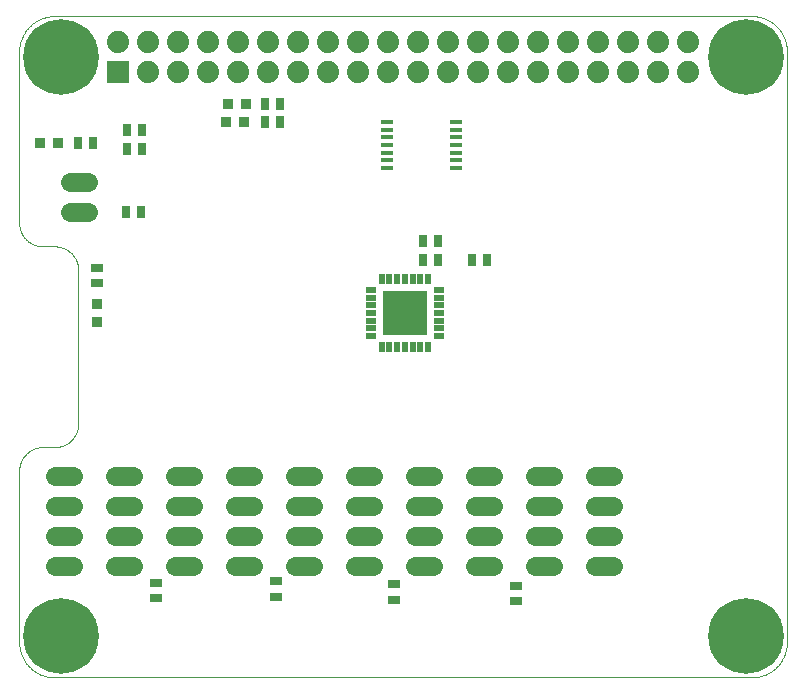
<source format=gts>
G75*
%MOIN*%
%OFA0B0*%
%FSLAX25Y25*%
%IPPOS*%
%LPD*%
%AMOC8*
5,1,8,0,0,1.08239X$1,22.5*
%
%ADD10C,0.25197*%
%ADD11C,0.00000*%
%ADD12R,0.07400X0.07400*%
%ADD13C,0.07400*%
%ADD14C,0.11227*%
%ADD15C,0.06400*%
%ADD16R,0.02100X0.03600*%
%ADD17R,0.03600X0.02100*%
%ADD18R,0.15000X0.15000*%
%ADD19R,0.03156X0.03943*%
%ADD20R,0.03943X0.03156*%
%ADD21R,0.03550X0.03550*%
%ADD22R,0.04300X0.01600*%
D10*
X0048780Y0018780D03*
X0277126Y0018780D03*
X0277126Y0211693D03*
X0048780Y0211693D03*
D11*
X0035000Y0073898D02*
X0035000Y0016811D01*
X0035003Y0016526D01*
X0035014Y0016240D01*
X0035031Y0015955D01*
X0035055Y0015671D01*
X0035086Y0015387D01*
X0035124Y0015104D01*
X0035169Y0014823D01*
X0035220Y0014542D01*
X0035278Y0014262D01*
X0035343Y0013984D01*
X0035415Y0013708D01*
X0035493Y0013434D01*
X0035578Y0013161D01*
X0035670Y0012891D01*
X0035768Y0012623D01*
X0035872Y0012357D01*
X0035983Y0012094D01*
X0036100Y0011834D01*
X0036223Y0011576D01*
X0036353Y0011322D01*
X0036489Y0011071D01*
X0036630Y0010823D01*
X0036778Y0010579D01*
X0036931Y0010338D01*
X0037091Y0010102D01*
X0037256Y0009869D01*
X0037426Y0009640D01*
X0037602Y0009415D01*
X0037784Y0009195D01*
X0037970Y0008979D01*
X0038162Y0008768D01*
X0038359Y0008561D01*
X0038561Y0008359D01*
X0038768Y0008162D01*
X0038979Y0007970D01*
X0039195Y0007784D01*
X0039415Y0007602D01*
X0039640Y0007426D01*
X0039869Y0007256D01*
X0040102Y0007091D01*
X0040338Y0006931D01*
X0040579Y0006778D01*
X0040823Y0006630D01*
X0041071Y0006489D01*
X0041322Y0006353D01*
X0041576Y0006223D01*
X0041834Y0006100D01*
X0042094Y0005983D01*
X0042357Y0005872D01*
X0042623Y0005768D01*
X0042891Y0005670D01*
X0043161Y0005578D01*
X0043434Y0005493D01*
X0043708Y0005415D01*
X0043984Y0005343D01*
X0044262Y0005278D01*
X0044542Y0005220D01*
X0044823Y0005169D01*
X0045104Y0005124D01*
X0045387Y0005086D01*
X0045671Y0005055D01*
X0045955Y0005031D01*
X0046240Y0005014D01*
X0046526Y0005003D01*
X0046811Y0005000D01*
X0279094Y0005000D01*
X0279379Y0005003D01*
X0279665Y0005014D01*
X0279950Y0005031D01*
X0280234Y0005055D01*
X0280518Y0005086D01*
X0280801Y0005124D01*
X0281082Y0005169D01*
X0281363Y0005220D01*
X0281643Y0005278D01*
X0281921Y0005343D01*
X0282197Y0005415D01*
X0282471Y0005493D01*
X0282744Y0005578D01*
X0283014Y0005670D01*
X0283282Y0005768D01*
X0283548Y0005872D01*
X0283811Y0005983D01*
X0284071Y0006100D01*
X0284329Y0006223D01*
X0284583Y0006353D01*
X0284834Y0006489D01*
X0285082Y0006630D01*
X0285326Y0006778D01*
X0285567Y0006931D01*
X0285803Y0007091D01*
X0286036Y0007256D01*
X0286265Y0007426D01*
X0286490Y0007602D01*
X0286710Y0007784D01*
X0286926Y0007970D01*
X0287137Y0008162D01*
X0287344Y0008359D01*
X0287546Y0008561D01*
X0287743Y0008768D01*
X0287935Y0008979D01*
X0288121Y0009195D01*
X0288303Y0009415D01*
X0288479Y0009640D01*
X0288649Y0009869D01*
X0288814Y0010102D01*
X0288974Y0010338D01*
X0289127Y0010579D01*
X0289275Y0010823D01*
X0289416Y0011071D01*
X0289552Y0011322D01*
X0289682Y0011576D01*
X0289805Y0011834D01*
X0289922Y0012094D01*
X0290033Y0012357D01*
X0290137Y0012623D01*
X0290235Y0012891D01*
X0290327Y0013161D01*
X0290412Y0013434D01*
X0290490Y0013708D01*
X0290562Y0013984D01*
X0290627Y0014262D01*
X0290685Y0014542D01*
X0290736Y0014823D01*
X0290781Y0015104D01*
X0290819Y0015387D01*
X0290850Y0015671D01*
X0290874Y0015955D01*
X0290891Y0016240D01*
X0290902Y0016526D01*
X0290905Y0016811D01*
X0290906Y0016811D02*
X0290906Y0213661D01*
X0290905Y0213661D02*
X0290902Y0213946D01*
X0290891Y0214232D01*
X0290874Y0214517D01*
X0290850Y0214801D01*
X0290819Y0215085D01*
X0290781Y0215368D01*
X0290736Y0215649D01*
X0290685Y0215930D01*
X0290627Y0216210D01*
X0290562Y0216488D01*
X0290490Y0216764D01*
X0290412Y0217038D01*
X0290327Y0217311D01*
X0290235Y0217581D01*
X0290137Y0217849D01*
X0290033Y0218115D01*
X0289922Y0218378D01*
X0289805Y0218638D01*
X0289682Y0218896D01*
X0289552Y0219150D01*
X0289416Y0219401D01*
X0289275Y0219649D01*
X0289127Y0219893D01*
X0288974Y0220134D01*
X0288814Y0220370D01*
X0288649Y0220603D01*
X0288479Y0220832D01*
X0288303Y0221057D01*
X0288121Y0221277D01*
X0287935Y0221493D01*
X0287743Y0221704D01*
X0287546Y0221911D01*
X0287344Y0222113D01*
X0287137Y0222310D01*
X0286926Y0222502D01*
X0286710Y0222688D01*
X0286490Y0222870D01*
X0286265Y0223046D01*
X0286036Y0223216D01*
X0285803Y0223381D01*
X0285567Y0223541D01*
X0285326Y0223694D01*
X0285082Y0223842D01*
X0284834Y0223983D01*
X0284583Y0224119D01*
X0284329Y0224249D01*
X0284071Y0224372D01*
X0283811Y0224489D01*
X0283548Y0224600D01*
X0283282Y0224704D01*
X0283014Y0224802D01*
X0282744Y0224894D01*
X0282471Y0224979D01*
X0282197Y0225057D01*
X0281921Y0225129D01*
X0281643Y0225194D01*
X0281363Y0225252D01*
X0281082Y0225303D01*
X0280801Y0225348D01*
X0280518Y0225386D01*
X0280234Y0225417D01*
X0279950Y0225441D01*
X0279665Y0225458D01*
X0279379Y0225469D01*
X0279094Y0225472D01*
X0046811Y0225472D01*
X0046526Y0225469D01*
X0046240Y0225458D01*
X0045955Y0225441D01*
X0045671Y0225417D01*
X0045387Y0225386D01*
X0045104Y0225348D01*
X0044823Y0225303D01*
X0044542Y0225252D01*
X0044262Y0225194D01*
X0043984Y0225129D01*
X0043708Y0225057D01*
X0043434Y0224979D01*
X0043161Y0224894D01*
X0042891Y0224802D01*
X0042623Y0224704D01*
X0042357Y0224600D01*
X0042094Y0224489D01*
X0041834Y0224372D01*
X0041576Y0224249D01*
X0041322Y0224119D01*
X0041071Y0223983D01*
X0040823Y0223842D01*
X0040579Y0223694D01*
X0040338Y0223541D01*
X0040102Y0223381D01*
X0039869Y0223216D01*
X0039640Y0223046D01*
X0039415Y0222870D01*
X0039195Y0222688D01*
X0038979Y0222502D01*
X0038768Y0222310D01*
X0038561Y0222113D01*
X0038359Y0221911D01*
X0038162Y0221704D01*
X0037970Y0221493D01*
X0037784Y0221277D01*
X0037602Y0221057D01*
X0037426Y0220832D01*
X0037256Y0220603D01*
X0037091Y0220370D01*
X0036931Y0220134D01*
X0036778Y0219893D01*
X0036630Y0219649D01*
X0036489Y0219401D01*
X0036353Y0219150D01*
X0036223Y0218896D01*
X0036100Y0218638D01*
X0035983Y0218378D01*
X0035872Y0218115D01*
X0035768Y0217849D01*
X0035670Y0217581D01*
X0035578Y0217311D01*
X0035493Y0217038D01*
X0035415Y0216764D01*
X0035343Y0216488D01*
X0035278Y0216210D01*
X0035220Y0215930D01*
X0035169Y0215649D01*
X0035124Y0215368D01*
X0035086Y0215085D01*
X0035055Y0214801D01*
X0035031Y0214517D01*
X0035014Y0214232D01*
X0035003Y0213946D01*
X0035000Y0213661D01*
X0035000Y0156575D01*
X0035002Y0156385D01*
X0035009Y0156195D01*
X0035021Y0156005D01*
X0035037Y0155815D01*
X0035057Y0155626D01*
X0035083Y0155437D01*
X0035112Y0155249D01*
X0035147Y0155062D01*
X0035186Y0154876D01*
X0035229Y0154691D01*
X0035277Y0154506D01*
X0035329Y0154323D01*
X0035385Y0154142D01*
X0035446Y0153962D01*
X0035512Y0153783D01*
X0035581Y0153606D01*
X0035655Y0153430D01*
X0035733Y0153257D01*
X0035816Y0153085D01*
X0035902Y0152916D01*
X0035992Y0152748D01*
X0036087Y0152583D01*
X0036185Y0152420D01*
X0036288Y0152260D01*
X0036394Y0152102D01*
X0036504Y0151947D01*
X0036617Y0151794D01*
X0036735Y0151644D01*
X0036856Y0151498D01*
X0036980Y0151354D01*
X0037108Y0151213D01*
X0037239Y0151075D01*
X0037374Y0150940D01*
X0037512Y0150809D01*
X0037653Y0150681D01*
X0037797Y0150557D01*
X0037943Y0150436D01*
X0038093Y0150318D01*
X0038246Y0150205D01*
X0038401Y0150095D01*
X0038559Y0149989D01*
X0038719Y0149886D01*
X0038882Y0149788D01*
X0039047Y0149693D01*
X0039215Y0149603D01*
X0039384Y0149517D01*
X0039556Y0149434D01*
X0039729Y0149356D01*
X0039905Y0149282D01*
X0040082Y0149213D01*
X0040261Y0149147D01*
X0040441Y0149086D01*
X0040622Y0149030D01*
X0040805Y0148978D01*
X0040990Y0148930D01*
X0041175Y0148887D01*
X0041361Y0148848D01*
X0041548Y0148813D01*
X0041736Y0148784D01*
X0041925Y0148758D01*
X0042114Y0148738D01*
X0042304Y0148722D01*
X0042494Y0148710D01*
X0042684Y0148703D01*
X0042874Y0148701D01*
X0046811Y0148701D01*
X0047001Y0148699D01*
X0047191Y0148692D01*
X0047381Y0148680D01*
X0047571Y0148664D01*
X0047760Y0148644D01*
X0047949Y0148618D01*
X0048137Y0148589D01*
X0048324Y0148554D01*
X0048510Y0148515D01*
X0048695Y0148472D01*
X0048880Y0148424D01*
X0049063Y0148372D01*
X0049244Y0148316D01*
X0049424Y0148255D01*
X0049603Y0148189D01*
X0049780Y0148120D01*
X0049956Y0148046D01*
X0050129Y0147968D01*
X0050301Y0147885D01*
X0050470Y0147799D01*
X0050638Y0147709D01*
X0050803Y0147614D01*
X0050966Y0147516D01*
X0051126Y0147413D01*
X0051284Y0147307D01*
X0051439Y0147197D01*
X0051592Y0147084D01*
X0051742Y0146966D01*
X0051888Y0146845D01*
X0052032Y0146721D01*
X0052173Y0146593D01*
X0052311Y0146462D01*
X0052446Y0146327D01*
X0052577Y0146189D01*
X0052705Y0146048D01*
X0052829Y0145904D01*
X0052950Y0145758D01*
X0053068Y0145608D01*
X0053181Y0145455D01*
X0053291Y0145300D01*
X0053397Y0145142D01*
X0053500Y0144982D01*
X0053598Y0144819D01*
X0053693Y0144654D01*
X0053783Y0144486D01*
X0053869Y0144317D01*
X0053952Y0144145D01*
X0054030Y0143972D01*
X0054104Y0143796D01*
X0054173Y0143619D01*
X0054239Y0143440D01*
X0054300Y0143260D01*
X0054356Y0143079D01*
X0054408Y0142896D01*
X0054456Y0142711D01*
X0054499Y0142526D01*
X0054538Y0142340D01*
X0054573Y0142153D01*
X0054602Y0141965D01*
X0054628Y0141776D01*
X0054648Y0141587D01*
X0054664Y0141397D01*
X0054676Y0141207D01*
X0054683Y0141017D01*
X0054685Y0140827D01*
X0054685Y0089646D01*
X0054683Y0089456D01*
X0054676Y0089266D01*
X0054664Y0089076D01*
X0054648Y0088886D01*
X0054628Y0088697D01*
X0054602Y0088508D01*
X0054573Y0088320D01*
X0054538Y0088133D01*
X0054499Y0087947D01*
X0054456Y0087762D01*
X0054408Y0087577D01*
X0054356Y0087394D01*
X0054300Y0087213D01*
X0054239Y0087033D01*
X0054173Y0086854D01*
X0054104Y0086677D01*
X0054030Y0086501D01*
X0053952Y0086328D01*
X0053869Y0086156D01*
X0053783Y0085987D01*
X0053693Y0085819D01*
X0053598Y0085654D01*
X0053500Y0085491D01*
X0053397Y0085331D01*
X0053291Y0085173D01*
X0053181Y0085018D01*
X0053068Y0084865D01*
X0052950Y0084715D01*
X0052829Y0084569D01*
X0052705Y0084425D01*
X0052577Y0084284D01*
X0052446Y0084146D01*
X0052311Y0084011D01*
X0052173Y0083880D01*
X0052032Y0083752D01*
X0051888Y0083628D01*
X0051742Y0083507D01*
X0051592Y0083389D01*
X0051439Y0083276D01*
X0051284Y0083166D01*
X0051126Y0083060D01*
X0050966Y0082957D01*
X0050803Y0082859D01*
X0050638Y0082764D01*
X0050470Y0082674D01*
X0050301Y0082588D01*
X0050129Y0082505D01*
X0049956Y0082427D01*
X0049780Y0082353D01*
X0049603Y0082284D01*
X0049424Y0082218D01*
X0049244Y0082157D01*
X0049063Y0082101D01*
X0048880Y0082049D01*
X0048695Y0082001D01*
X0048510Y0081958D01*
X0048324Y0081919D01*
X0048137Y0081884D01*
X0047949Y0081855D01*
X0047760Y0081829D01*
X0047571Y0081809D01*
X0047381Y0081793D01*
X0047191Y0081781D01*
X0047001Y0081774D01*
X0046811Y0081772D01*
X0042874Y0081772D01*
X0042684Y0081770D01*
X0042494Y0081763D01*
X0042304Y0081751D01*
X0042114Y0081735D01*
X0041925Y0081715D01*
X0041736Y0081689D01*
X0041548Y0081660D01*
X0041361Y0081625D01*
X0041175Y0081586D01*
X0040990Y0081543D01*
X0040805Y0081495D01*
X0040622Y0081443D01*
X0040441Y0081387D01*
X0040261Y0081326D01*
X0040082Y0081260D01*
X0039905Y0081191D01*
X0039729Y0081117D01*
X0039556Y0081039D01*
X0039384Y0080956D01*
X0039215Y0080870D01*
X0039047Y0080780D01*
X0038882Y0080685D01*
X0038719Y0080587D01*
X0038559Y0080484D01*
X0038401Y0080378D01*
X0038246Y0080268D01*
X0038093Y0080155D01*
X0037943Y0080037D01*
X0037797Y0079916D01*
X0037653Y0079792D01*
X0037512Y0079664D01*
X0037374Y0079533D01*
X0037239Y0079398D01*
X0037108Y0079260D01*
X0036980Y0079119D01*
X0036856Y0078975D01*
X0036735Y0078829D01*
X0036617Y0078679D01*
X0036504Y0078526D01*
X0036394Y0078371D01*
X0036288Y0078213D01*
X0036185Y0078053D01*
X0036087Y0077890D01*
X0035992Y0077725D01*
X0035902Y0077557D01*
X0035816Y0077388D01*
X0035733Y0077216D01*
X0035655Y0077043D01*
X0035581Y0076867D01*
X0035512Y0076690D01*
X0035446Y0076511D01*
X0035385Y0076331D01*
X0035329Y0076150D01*
X0035277Y0075967D01*
X0035229Y0075782D01*
X0035186Y0075597D01*
X0035147Y0075411D01*
X0035112Y0075224D01*
X0035083Y0075036D01*
X0035057Y0074847D01*
X0035037Y0074658D01*
X0035021Y0074468D01*
X0035009Y0074278D01*
X0035002Y0074088D01*
X0035000Y0073898D01*
X0043367Y0018780D02*
X0043369Y0018927D01*
X0043375Y0019073D01*
X0043385Y0019219D01*
X0043399Y0019365D01*
X0043417Y0019511D01*
X0043438Y0019656D01*
X0043464Y0019800D01*
X0043494Y0019944D01*
X0043527Y0020086D01*
X0043564Y0020228D01*
X0043605Y0020369D01*
X0043650Y0020508D01*
X0043699Y0020647D01*
X0043751Y0020784D01*
X0043808Y0020919D01*
X0043867Y0021053D01*
X0043931Y0021185D01*
X0043998Y0021315D01*
X0044068Y0021444D01*
X0044142Y0021571D01*
X0044219Y0021695D01*
X0044300Y0021818D01*
X0044384Y0021938D01*
X0044471Y0022056D01*
X0044561Y0022171D01*
X0044654Y0022284D01*
X0044751Y0022395D01*
X0044850Y0022503D01*
X0044952Y0022608D01*
X0045057Y0022710D01*
X0045165Y0022809D01*
X0045276Y0022906D01*
X0045389Y0022999D01*
X0045504Y0023089D01*
X0045622Y0023176D01*
X0045742Y0023260D01*
X0045865Y0023341D01*
X0045989Y0023418D01*
X0046116Y0023492D01*
X0046245Y0023562D01*
X0046375Y0023629D01*
X0046507Y0023693D01*
X0046641Y0023752D01*
X0046776Y0023809D01*
X0046913Y0023861D01*
X0047052Y0023910D01*
X0047191Y0023955D01*
X0047332Y0023996D01*
X0047474Y0024033D01*
X0047616Y0024066D01*
X0047760Y0024096D01*
X0047904Y0024122D01*
X0048049Y0024143D01*
X0048195Y0024161D01*
X0048341Y0024175D01*
X0048487Y0024185D01*
X0048633Y0024191D01*
X0048780Y0024193D01*
X0048927Y0024191D01*
X0049073Y0024185D01*
X0049219Y0024175D01*
X0049365Y0024161D01*
X0049511Y0024143D01*
X0049656Y0024122D01*
X0049800Y0024096D01*
X0049944Y0024066D01*
X0050086Y0024033D01*
X0050228Y0023996D01*
X0050369Y0023955D01*
X0050508Y0023910D01*
X0050647Y0023861D01*
X0050784Y0023809D01*
X0050919Y0023752D01*
X0051053Y0023693D01*
X0051185Y0023629D01*
X0051315Y0023562D01*
X0051444Y0023492D01*
X0051571Y0023418D01*
X0051695Y0023341D01*
X0051818Y0023260D01*
X0051938Y0023176D01*
X0052056Y0023089D01*
X0052171Y0022999D01*
X0052284Y0022906D01*
X0052395Y0022809D01*
X0052503Y0022710D01*
X0052608Y0022608D01*
X0052710Y0022503D01*
X0052809Y0022395D01*
X0052906Y0022284D01*
X0052999Y0022171D01*
X0053089Y0022056D01*
X0053176Y0021938D01*
X0053260Y0021818D01*
X0053341Y0021695D01*
X0053418Y0021571D01*
X0053492Y0021444D01*
X0053562Y0021315D01*
X0053629Y0021185D01*
X0053693Y0021053D01*
X0053752Y0020919D01*
X0053809Y0020784D01*
X0053861Y0020647D01*
X0053910Y0020508D01*
X0053955Y0020369D01*
X0053996Y0020228D01*
X0054033Y0020086D01*
X0054066Y0019944D01*
X0054096Y0019800D01*
X0054122Y0019656D01*
X0054143Y0019511D01*
X0054161Y0019365D01*
X0054175Y0019219D01*
X0054185Y0019073D01*
X0054191Y0018927D01*
X0054193Y0018780D01*
X0054191Y0018633D01*
X0054185Y0018487D01*
X0054175Y0018341D01*
X0054161Y0018195D01*
X0054143Y0018049D01*
X0054122Y0017904D01*
X0054096Y0017760D01*
X0054066Y0017616D01*
X0054033Y0017474D01*
X0053996Y0017332D01*
X0053955Y0017191D01*
X0053910Y0017052D01*
X0053861Y0016913D01*
X0053809Y0016776D01*
X0053752Y0016641D01*
X0053693Y0016507D01*
X0053629Y0016375D01*
X0053562Y0016245D01*
X0053492Y0016116D01*
X0053418Y0015989D01*
X0053341Y0015865D01*
X0053260Y0015742D01*
X0053176Y0015622D01*
X0053089Y0015504D01*
X0052999Y0015389D01*
X0052906Y0015276D01*
X0052809Y0015165D01*
X0052710Y0015057D01*
X0052608Y0014952D01*
X0052503Y0014850D01*
X0052395Y0014751D01*
X0052284Y0014654D01*
X0052171Y0014561D01*
X0052056Y0014471D01*
X0051938Y0014384D01*
X0051818Y0014300D01*
X0051695Y0014219D01*
X0051571Y0014142D01*
X0051444Y0014068D01*
X0051315Y0013998D01*
X0051185Y0013931D01*
X0051053Y0013867D01*
X0050919Y0013808D01*
X0050784Y0013751D01*
X0050647Y0013699D01*
X0050508Y0013650D01*
X0050369Y0013605D01*
X0050228Y0013564D01*
X0050086Y0013527D01*
X0049944Y0013494D01*
X0049800Y0013464D01*
X0049656Y0013438D01*
X0049511Y0013417D01*
X0049365Y0013399D01*
X0049219Y0013385D01*
X0049073Y0013375D01*
X0048927Y0013369D01*
X0048780Y0013367D01*
X0048633Y0013369D01*
X0048487Y0013375D01*
X0048341Y0013385D01*
X0048195Y0013399D01*
X0048049Y0013417D01*
X0047904Y0013438D01*
X0047760Y0013464D01*
X0047616Y0013494D01*
X0047474Y0013527D01*
X0047332Y0013564D01*
X0047191Y0013605D01*
X0047052Y0013650D01*
X0046913Y0013699D01*
X0046776Y0013751D01*
X0046641Y0013808D01*
X0046507Y0013867D01*
X0046375Y0013931D01*
X0046245Y0013998D01*
X0046116Y0014068D01*
X0045989Y0014142D01*
X0045865Y0014219D01*
X0045742Y0014300D01*
X0045622Y0014384D01*
X0045504Y0014471D01*
X0045389Y0014561D01*
X0045276Y0014654D01*
X0045165Y0014751D01*
X0045057Y0014850D01*
X0044952Y0014952D01*
X0044850Y0015057D01*
X0044751Y0015165D01*
X0044654Y0015276D01*
X0044561Y0015389D01*
X0044471Y0015504D01*
X0044384Y0015622D01*
X0044300Y0015742D01*
X0044219Y0015865D01*
X0044142Y0015989D01*
X0044068Y0016116D01*
X0043998Y0016245D01*
X0043931Y0016375D01*
X0043867Y0016507D01*
X0043808Y0016641D01*
X0043751Y0016776D01*
X0043699Y0016913D01*
X0043650Y0017052D01*
X0043605Y0017191D01*
X0043564Y0017332D01*
X0043527Y0017474D01*
X0043494Y0017616D01*
X0043464Y0017760D01*
X0043438Y0017904D01*
X0043417Y0018049D01*
X0043399Y0018195D01*
X0043385Y0018341D01*
X0043375Y0018487D01*
X0043369Y0018633D01*
X0043367Y0018780D01*
X0271713Y0018780D02*
X0271715Y0018927D01*
X0271721Y0019073D01*
X0271731Y0019219D01*
X0271745Y0019365D01*
X0271763Y0019511D01*
X0271784Y0019656D01*
X0271810Y0019800D01*
X0271840Y0019944D01*
X0271873Y0020086D01*
X0271910Y0020228D01*
X0271951Y0020369D01*
X0271996Y0020508D01*
X0272045Y0020647D01*
X0272097Y0020784D01*
X0272154Y0020919D01*
X0272213Y0021053D01*
X0272277Y0021185D01*
X0272344Y0021315D01*
X0272414Y0021444D01*
X0272488Y0021571D01*
X0272565Y0021695D01*
X0272646Y0021818D01*
X0272730Y0021938D01*
X0272817Y0022056D01*
X0272907Y0022171D01*
X0273000Y0022284D01*
X0273097Y0022395D01*
X0273196Y0022503D01*
X0273298Y0022608D01*
X0273403Y0022710D01*
X0273511Y0022809D01*
X0273622Y0022906D01*
X0273735Y0022999D01*
X0273850Y0023089D01*
X0273968Y0023176D01*
X0274088Y0023260D01*
X0274211Y0023341D01*
X0274335Y0023418D01*
X0274462Y0023492D01*
X0274591Y0023562D01*
X0274721Y0023629D01*
X0274853Y0023693D01*
X0274987Y0023752D01*
X0275122Y0023809D01*
X0275259Y0023861D01*
X0275398Y0023910D01*
X0275537Y0023955D01*
X0275678Y0023996D01*
X0275820Y0024033D01*
X0275962Y0024066D01*
X0276106Y0024096D01*
X0276250Y0024122D01*
X0276395Y0024143D01*
X0276541Y0024161D01*
X0276687Y0024175D01*
X0276833Y0024185D01*
X0276979Y0024191D01*
X0277126Y0024193D01*
X0277273Y0024191D01*
X0277419Y0024185D01*
X0277565Y0024175D01*
X0277711Y0024161D01*
X0277857Y0024143D01*
X0278002Y0024122D01*
X0278146Y0024096D01*
X0278290Y0024066D01*
X0278432Y0024033D01*
X0278574Y0023996D01*
X0278715Y0023955D01*
X0278854Y0023910D01*
X0278993Y0023861D01*
X0279130Y0023809D01*
X0279265Y0023752D01*
X0279399Y0023693D01*
X0279531Y0023629D01*
X0279661Y0023562D01*
X0279790Y0023492D01*
X0279917Y0023418D01*
X0280041Y0023341D01*
X0280164Y0023260D01*
X0280284Y0023176D01*
X0280402Y0023089D01*
X0280517Y0022999D01*
X0280630Y0022906D01*
X0280741Y0022809D01*
X0280849Y0022710D01*
X0280954Y0022608D01*
X0281056Y0022503D01*
X0281155Y0022395D01*
X0281252Y0022284D01*
X0281345Y0022171D01*
X0281435Y0022056D01*
X0281522Y0021938D01*
X0281606Y0021818D01*
X0281687Y0021695D01*
X0281764Y0021571D01*
X0281838Y0021444D01*
X0281908Y0021315D01*
X0281975Y0021185D01*
X0282039Y0021053D01*
X0282098Y0020919D01*
X0282155Y0020784D01*
X0282207Y0020647D01*
X0282256Y0020508D01*
X0282301Y0020369D01*
X0282342Y0020228D01*
X0282379Y0020086D01*
X0282412Y0019944D01*
X0282442Y0019800D01*
X0282468Y0019656D01*
X0282489Y0019511D01*
X0282507Y0019365D01*
X0282521Y0019219D01*
X0282531Y0019073D01*
X0282537Y0018927D01*
X0282539Y0018780D01*
X0282537Y0018633D01*
X0282531Y0018487D01*
X0282521Y0018341D01*
X0282507Y0018195D01*
X0282489Y0018049D01*
X0282468Y0017904D01*
X0282442Y0017760D01*
X0282412Y0017616D01*
X0282379Y0017474D01*
X0282342Y0017332D01*
X0282301Y0017191D01*
X0282256Y0017052D01*
X0282207Y0016913D01*
X0282155Y0016776D01*
X0282098Y0016641D01*
X0282039Y0016507D01*
X0281975Y0016375D01*
X0281908Y0016245D01*
X0281838Y0016116D01*
X0281764Y0015989D01*
X0281687Y0015865D01*
X0281606Y0015742D01*
X0281522Y0015622D01*
X0281435Y0015504D01*
X0281345Y0015389D01*
X0281252Y0015276D01*
X0281155Y0015165D01*
X0281056Y0015057D01*
X0280954Y0014952D01*
X0280849Y0014850D01*
X0280741Y0014751D01*
X0280630Y0014654D01*
X0280517Y0014561D01*
X0280402Y0014471D01*
X0280284Y0014384D01*
X0280164Y0014300D01*
X0280041Y0014219D01*
X0279917Y0014142D01*
X0279790Y0014068D01*
X0279661Y0013998D01*
X0279531Y0013931D01*
X0279399Y0013867D01*
X0279265Y0013808D01*
X0279130Y0013751D01*
X0278993Y0013699D01*
X0278854Y0013650D01*
X0278715Y0013605D01*
X0278574Y0013564D01*
X0278432Y0013527D01*
X0278290Y0013494D01*
X0278146Y0013464D01*
X0278002Y0013438D01*
X0277857Y0013417D01*
X0277711Y0013399D01*
X0277565Y0013385D01*
X0277419Y0013375D01*
X0277273Y0013369D01*
X0277126Y0013367D01*
X0276979Y0013369D01*
X0276833Y0013375D01*
X0276687Y0013385D01*
X0276541Y0013399D01*
X0276395Y0013417D01*
X0276250Y0013438D01*
X0276106Y0013464D01*
X0275962Y0013494D01*
X0275820Y0013527D01*
X0275678Y0013564D01*
X0275537Y0013605D01*
X0275398Y0013650D01*
X0275259Y0013699D01*
X0275122Y0013751D01*
X0274987Y0013808D01*
X0274853Y0013867D01*
X0274721Y0013931D01*
X0274591Y0013998D01*
X0274462Y0014068D01*
X0274335Y0014142D01*
X0274211Y0014219D01*
X0274088Y0014300D01*
X0273968Y0014384D01*
X0273850Y0014471D01*
X0273735Y0014561D01*
X0273622Y0014654D01*
X0273511Y0014751D01*
X0273403Y0014850D01*
X0273298Y0014952D01*
X0273196Y0015057D01*
X0273097Y0015165D01*
X0273000Y0015276D01*
X0272907Y0015389D01*
X0272817Y0015504D01*
X0272730Y0015622D01*
X0272646Y0015742D01*
X0272565Y0015865D01*
X0272488Y0015989D01*
X0272414Y0016116D01*
X0272344Y0016245D01*
X0272277Y0016375D01*
X0272213Y0016507D01*
X0272154Y0016641D01*
X0272097Y0016776D01*
X0272045Y0016913D01*
X0271996Y0017052D01*
X0271951Y0017191D01*
X0271910Y0017332D01*
X0271873Y0017474D01*
X0271840Y0017616D01*
X0271810Y0017760D01*
X0271784Y0017904D01*
X0271763Y0018049D01*
X0271745Y0018195D01*
X0271731Y0018341D01*
X0271721Y0018487D01*
X0271715Y0018633D01*
X0271713Y0018780D01*
X0271713Y0211693D02*
X0271715Y0211840D01*
X0271721Y0211986D01*
X0271731Y0212132D01*
X0271745Y0212278D01*
X0271763Y0212424D01*
X0271784Y0212569D01*
X0271810Y0212713D01*
X0271840Y0212857D01*
X0271873Y0212999D01*
X0271910Y0213141D01*
X0271951Y0213282D01*
X0271996Y0213421D01*
X0272045Y0213560D01*
X0272097Y0213697D01*
X0272154Y0213832D01*
X0272213Y0213966D01*
X0272277Y0214098D01*
X0272344Y0214228D01*
X0272414Y0214357D01*
X0272488Y0214484D01*
X0272565Y0214608D01*
X0272646Y0214731D01*
X0272730Y0214851D01*
X0272817Y0214969D01*
X0272907Y0215084D01*
X0273000Y0215197D01*
X0273097Y0215308D01*
X0273196Y0215416D01*
X0273298Y0215521D01*
X0273403Y0215623D01*
X0273511Y0215722D01*
X0273622Y0215819D01*
X0273735Y0215912D01*
X0273850Y0216002D01*
X0273968Y0216089D01*
X0274088Y0216173D01*
X0274211Y0216254D01*
X0274335Y0216331D01*
X0274462Y0216405D01*
X0274591Y0216475D01*
X0274721Y0216542D01*
X0274853Y0216606D01*
X0274987Y0216665D01*
X0275122Y0216722D01*
X0275259Y0216774D01*
X0275398Y0216823D01*
X0275537Y0216868D01*
X0275678Y0216909D01*
X0275820Y0216946D01*
X0275962Y0216979D01*
X0276106Y0217009D01*
X0276250Y0217035D01*
X0276395Y0217056D01*
X0276541Y0217074D01*
X0276687Y0217088D01*
X0276833Y0217098D01*
X0276979Y0217104D01*
X0277126Y0217106D01*
X0277273Y0217104D01*
X0277419Y0217098D01*
X0277565Y0217088D01*
X0277711Y0217074D01*
X0277857Y0217056D01*
X0278002Y0217035D01*
X0278146Y0217009D01*
X0278290Y0216979D01*
X0278432Y0216946D01*
X0278574Y0216909D01*
X0278715Y0216868D01*
X0278854Y0216823D01*
X0278993Y0216774D01*
X0279130Y0216722D01*
X0279265Y0216665D01*
X0279399Y0216606D01*
X0279531Y0216542D01*
X0279661Y0216475D01*
X0279790Y0216405D01*
X0279917Y0216331D01*
X0280041Y0216254D01*
X0280164Y0216173D01*
X0280284Y0216089D01*
X0280402Y0216002D01*
X0280517Y0215912D01*
X0280630Y0215819D01*
X0280741Y0215722D01*
X0280849Y0215623D01*
X0280954Y0215521D01*
X0281056Y0215416D01*
X0281155Y0215308D01*
X0281252Y0215197D01*
X0281345Y0215084D01*
X0281435Y0214969D01*
X0281522Y0214851D01*
X0281606Y0214731D01*
X0281687Y0214608D01*
X0281764Y0214484D01*
X0281838Y0214357D01*
X0281908Y0214228D01*
X0281975Y0214098D01*
X0282039Y0213966D01*
X0282098Y0213832D01*
X0282155Y0213697D01*
X0282207Y0213560D01*
X0282256Y0213421D01*
X0282301Y0213282D01*
X0282342Y0213141D01*
X0282379Y0212999D01*
X0282412Y0212857D01*
X0282442Y0212713D01*
X0282468Y0212569D01*
X0282489Y0212424D01*
X0282507Y0212278D01*
X0282521Y0212132D01*
X0282531Y0211986D01*
X0282537Y0211840D01*
X0282539Y0211693D01*
X0282537Y0211546D01*
X0282531Y0211400D01*
X0282521Y0211254D01*
X0282507Y0211108D01*
X0282489Y0210962D01*
X0282468Y0210817D01*
X0282442Y0210673D01*
X0282412Y0210529D01*
X0282379Y0210387D01*
X0282342Y0210245D01*
X0282301Y0210104D01*
X0282256Y0209965D01*
X0282207Y0209826D01*
X0282155Y0209689D01*
X0282098Y0209554D01*
X0282039Y0209420D01*
X0281975Y0209288D01*
X0281908Y0209158D01*
X0281838Y0209029D01*
X0281764Y0208902D01*
X0281687Y0208778D01*
X0281606Y0208655D01*
X0281522Y0208535D01*
X0281435Y0208417D01*
X0281345Y0208302D01*
X0281252Y0208189D01*
X0281155Y0208078D01*
X0281056Y0207970D01*
X0280954Y0207865D01*
X0280849Y0207763D01*
X0280741Y0207664D01*
X0280630Y0207567D01*
X0280517Y0207474D01*
X0280402Y0207384D01*
X0280284Y0207297D01*
X0280164Y0207213D01*
X0280041Y0207132D01*
X0279917Y0207055D01*
X0279790Y0206981D01*
X0279661Y0206911D01*
X0279531Y0206844D01*
X0279399Y0206780D01*
X0279265Y0206721D01*
X0279130Y0206664D01*
X0278993Y0206612D01*
X0278854Y0206563D01*
X0278715Y0206518D01*
X0278574Y0206477D01*
X0278432Y0206440D01*
X0278290Y0206407D01*
X0278146Y0206377D01*
X0278002Y0206351D01*
X0277857Y0206330D01*
X0277711Y0206312D01*
X0277565Y0206298D01*
X0277419Y0206288D01*
X0277273Y0206282D01*
X0277126Y0206280D01*
X0276979Y0206282D01*
X0276833Y0206288D01*
X0276687Y0206298D01*
X0276541Y0206312D01*
X0276395Y0206330D01*
X0276250Y0206351D01*
X0276106Y0206377D01*
X0275962Y0206407D01*
X0275820Y0206440D01*
X0275678Y0206477D01*
X0275537Y0206518D01*
X0275398Y0206563D01*
X0275259Y0206612D01*
X0275122Y0206664D01*
X0274987Y0206721D01*
X0274853Y0206780D01*
X0274721Y0206844D01*
X0274591Y0206911D01*
X0274462Y0206981D01*
X0274335Y0207055D01*
X0274211Y0207132D01*
X0274088Y0207213D01*
X0273968Y0207297D01*
X0273850Y0207384D01*
X0273735Y0207474D01*
X0273622Y0207567D01*
X0273511Y0207664D01*
X0273403Y0207763D01*
X0273298Y0207865D01*
X0273196Y0207970D01*
X0273097Y0208078D01*
X0273000Y0208189D01*
X0272907Y0208302D01*
X0272817Y0208417D01*
X0272730Y0208535D01*
X0272646Y0208655D01*
X0272565Y0208778D01*
X0272488Y0208902D01*
X0272414Y0209029D01*
X0272344Y0209158D01*
X0272277Y0209288D01*
X0272213Y0209420D01*
X0272154Y0209554D01*
X0272097Y0209689D01*
X0272045Y0209826D01*
X0271996Y0209965D01*
X0271951Y0210104D01*
X0271910Y0210245D01*
X0271873Y0210387D01*
X0271840Y0210529D01*
X0271810Y0210673D01*
X0271784Y0210817D01*
X0271763Y0210962D01*
X0271745Y0211108D01*
X0271731Y0211254D01*
X0271721Y0211400D01*
X0271715Y0211546D01*
X0271713Y0211693D01*
X0043367Y0211693D02*
X0043369Y0211840D01*
X0043375Y0211986D01*
X0043385Y0212132D01*
X0043399Y0212278D01*
X0043417Y0212424D01*
X0043438Y0212569D01*
X0043464Y0212713D01*
X0043494Y0212857D01*
X0043527Y0212999D01*
X0043564Y0213141D01*
X0043605Y0213282D01*
X0043650Y0213421D01*
X0043699Y0213560D01*
X0043751Y0213697D01*
X0043808Y0213832D01*
X0043867Y0213966D01*
X0043931Y0214098D01*
X0043998Y0214228D01*
X0044068Y0214357D01*
X0044142Y0214484D01*
X0044219Y0214608D01*
X0044300Y0214731D01*
X0044384Y0214851D01*
X0044471Y0214969D01*
X0044561Y0215084D01*
X0044654Y0215197D01*
X0044751Y0215308D01*
X0044850Y0215416D01*
X0044952Y0215521D01*
X0045057Y0215623D01*
X0045165Y0215722D01*
X0045276Y0215819D01*
X0045389Y0215912D01*
X0045504Y0216002D01*
X0045622Y0216089D01*
X0045742Y0216173D01*
X0045865Y0216254D01*
X0045989Y0216331D01*
X0046116Y0216405D01*
X0046245Y0216475D01*
X0046375Y0216542D01*
X0046507Y0216606D01*
X0046641Y0216665D01*
X0046776Y0216722D01*
X0046913Y0216774D01*
X0047052Y0216823D01*
X0047191Y0216868D01*
X0047332Y0216909D01*
X0047474Y0216946D01*
X0047616Y0216979D01*
X0047760Y0217009D01*
X0047904Y0217035D01*
X0048049Y0217056D01*
X0048195Y0217074D01*
X0048341Y0217088D01*
X0048487Y0217098D01*
X0048633Y0217104D01*
X0048780Y0217106D01*
X0048927Y0217104D01*
X0049073Y0217098D01*
X0049219Y0217088D01*
X0049365Y0217074D01*
X0049511Y0217056D01*
X0049656Y0217035D01*
X0049800Y0217009D01*
X0049944Y0216979D01*
X0050086Y0216946D01*
X0050228Y0216909D01*
X0050369Y0216868D01*
X0050508Y0216823D01*
X0050647Y0216774D01*
X0050784Y0216722D01*
X0050919Y0216665D01*
X0051053Y0216606D01*
X0051185Y0216542D01*
X0051315Y0216475D01*
X0051444Y0216405D01*
X0051571Y0216331D01*
X0051695Y0216254D01*
X0051818Y0216173D01*
X0051938Y0216089D01*
X0052056Y0216002D01*
X0052171Y0215912D01*
X0052284Y0215819D01*
X0052395Y0215722D01*
X0052503Y0215623D01*
X0052608Y0215521D01*
X0052710Y0215416D01*
X0052809Y0215308D01*
X0052906Y0215197D01*
X0052999Y0215084D01*
X0053089Y0214969D01*
X0053176Y0214851D01*
X0053260Y0214731D01*
X0053341Y0214608D01*
X0053418Y0214484D01*
X0053492Y0214357D01*
X0053562Y0214228D01*
X0053629Y0214098D01*
X0053693Y0213966D01*
X0053752Y0213832D01*
X0053809Y0213697D01*
X0053861Y0213560D01*
X0053910Y0213421D01*
X0053955Y0213282D01*
X0053996Y0213141D01*
X0054033Y0212999D01*
X0054066Y0212857D01*
X0054096Y0212713D01*
X0054122Y0212569D01*
X0054143Y0212424D01*
X0054161Y0212278D01*
X0054175Y0212132D01*
X0054185Y0211986D01*
X0054191Y0211840D01*
X0054193Y0211693D01*
X0054191Y0211546D01*
X0054185Y0211400D01*
X0054175Y0211254D01*
X0054161Y0211108D01*
X0054143Y0210962D01*
X0054122Y0210817D01*
X0054096Y0210673D01*
X0054066Y0210529D01*
X0054033Y0210387D01*
X0053996Y0210245D01*
X0053955Y0210104D01*
X0053910Y0209965D01*
X0053861Y0209826D01*
X0053809Y0209689D01*
X0053752Y0209554D01*
X0053693Y0209420D01*
X0053629Y0209288D01*
X0053562Y0209158D01*
X0053492Y0209029D01*
X0053418Y0208902D01*
X0053341Y0208778D01*
X0053260Y0208655D01*
X0053176Y0208535D01*
X0053089Y0208417D01*
X0052999Y0208302D01*
X0052906Y0208189D01*
X0052809Y0208078D01*
X0052710Y0207970D01*
X0052608Y0207865D01*
X0052503Y0207763D01*
X0052395Y0207664D01*
X0052284Y0207567D01*
X0052171Y0207474D01*
X0052056Y0207384D01*
X0051938Y0207297D01*
X0051818Y0207213D01*
X0051695Y0207132D01*
X0051571Y0207055D01*
X0051444Y0206981D01*
X0051315Y0206911D01*
X0051185Y0206844D01*
X0051053Y0206780D01*
X0050919Y0206721D01*
X0050784Y0206664D01*
X0050647Y0206612D01*
X0050508Y0206563D01*
X0050369Y0206518D01*
X0050228Y0206477D01*
X0050086Y0206440D01*
X0049944Y0206407D01*
X0049800Y0206377D01*
X0049656Y0206351D01*
X0049511Y0206330D01*
X0049365Y0206312D01*
X0049219Y0206298D01*
X0049073Y0206288D01*
X0048927Y0206282D01*
X0048780Y0206280D01*
X0048633Y0206282D01*
X0048487Y0206288D01*
X0048341Y0206298D01*
X0048195Y0206312D01*
X0048049Y0206330D01*
X0047904Y0206351D01*
X0047760Y0206377D01*
X0047616Y0206407D01*
X0047474Y0206440D01*
X0047332Y0206477D01*
X0047191Y0206518D01*
X0047052Y0206563D01*
X0046913Y0206612D01*
X0046776Y0206664D01*
X0046641Y0206721D01*
X0046507Y0206780D01*
X0046375Y0206844D01*
X0046245Y0206911D01*
X0046116Y0206981D01*
X0045989Y0207055D01*
X0045865Y0207132D01*
X0045742Y0207213D01*
X0045622Y0207297D01*
X0045504Y0207384D01*
X0045389Y0207474D01*
X0045276Y0207567D01*
X0045165Y0207664D01*
X0045057Y0207763D01*
X0044952Y0207865D01*
X0044850Y0207970D01*
X0044751Y0208078D01*
X0044654Y0208189D01*
X0044561Y0208302D01*
X0044471Y0208417D01*
X0044384Y0208535D01*
X0044300Y0208655D01*
X0044219Y0208778D01*
X0044142Y0208902D01*
X0044068Y0209029D01*
X0043998Y0209158D01*
X0043931Y0209288D01*
X0043867Y0209420D01*
X0043808Y0209554D01*
X0043751Y0209689D01*
X0043699Y0209826D01*
X0043650Y0209965D01*
X0043605Y0210104D01*
X0043564Y0210245D01*
X0043527Y0210387D01*
X0043494Y0210529D01*
X0043464Y0210673D01*
X0043438Y0210817D01*
X0043417Y0210962D01*
X0043399Y0211108D01*
X0043385Y0211254D01*
X0043375Y0211400D01*
X0043369Y0211546D01*
X0043367Y0211693D01*
D12*
X0067953Y0206693D03*
D13*
X0077953Y0206693D03*
X0087953Y0206693D03*
X0097953Y0206693D03*
X0107953Y0206693D03*
X0117953Y0206693D03*
X0127953Y0206693D03*
X0137953Y0206693D03*
X0147953Y0206693D03*
X0157953Y0206693D03*
X0167953Y0206693D03*
X0177953Y0206693D03*
X0187953Y0206693D03*
X0197953Y0206693D03*
X0207953Y0206693D03*
X0217953Y0206693D03*
X0227953Y0206693D03*
X0237953Y0206693D03*
X0247953Y0206693D03*
X0257953Y0206693D03*
X0257953Y0216693D03*
X0247953Y0216693D03*
X0237953Y0216693D03*
X0227953Y0216693D03*
X0217953Y0216693D03*
X0207953Y0216693D03*
X0197953Y0216693D03*
X0187953Y0216693D03*
X0177953Y0216693D03*
X0167953Y0216693D03*
X0157953Y0216693D03*
X0147953Y0216693D03*
X0137953Y0216693D03*
X0127953Y0216693D03*
X0117953Y0216693D03*
X0107953Y0216693D03*
X0097953Y0216693D03*
X0087953Y0216693D03*
X0077953Y0216693D03*
X0067953Y0216693D03*
D14*
X0048780Y0211693D03*
X0277126Y0211693D03*
X0277126Y0018780D03*
X0048780Y0018780D03*
D15*
X0047000Y0042000D02*
X0053000Y0042000D01*
X0053000Y0052000D02*
X0047000Y0052000D01*
X0047000Y0062000D02*
X0053000Y0062000D01*
X0053000Y0072000D02*
X0047000Y0072000D01*
X0067000Y0072000D02*
X0073000Y0072000D01*
X0073000Y0062000D02*
X0067000Y0062000D01*
X0067000Y0052000D02*
X0073000Y0052000D01*
X0073000Y0042000D02*
X0067000Y0042000D01*
X0087000Y0042000D02*
X0093000Y0042000D01*
X0093000Y0052000D02*
X0087000Y0052000D01*
X0087000Y0062000D02*
X0093000Y0062000D01*
X0093000Y0072000D02*
X0087000Y0072000D01*
X0107000Y0072000D02*
X0113000Y0072000D01*
X0113000Y0062000D02*
X0107000Y0062000D01*
X0107000Y0052000D02*
X0113000Y0052000D01*
X0113000Y0042000D02*
X0107000Y0042000D01*
X0127000Y0042000D02*
X0133000Y0042000D01*
X0133000Y0052000D02*
X0127000Y0052000D01*
X0127000Y0062000D02*
X0133000Y0062000D01*
X0133000Y0072000D02*
X0127000Y0072000D01*
X0147000Y0072000D02*
X0153000Y0072000D01*
X0153000Y0062000D02*
X0147000Y0062000D01*
X0147000Y0052000D02*
X0153000Y0052000D01*
X0153000Y0042000D02*
X0147000Y0042000D01*
X0167000Y0042000D02*
X0173000Y0042000D01*
X0173000Y0052000D02*
X0167000Y0052000D01*
X0167000Y0062000D02*
X0173000Y0062000D01*
X0173000Y0072000D02*
X0167000Y0072000D01*
X0187000Y0072000D02*
X0193000Y0072000D01*
X0193000Y0062000D02*
X0187000Y0062000D01*
X0187000Y0052000D02*
X0193000Y0052000D01*
X0193000Y0042000D02*
X0187000Y0042000D01*
X0207000Y0042000D02*
X0213000Y0042000D01*
X0213000Y0052000D02*
X0207000Y0052000D01*
X0207000Y0062000D02*
X0213000Y0062000D01*
X0213000Y0072000D02*
X0207000Y0072000D01*
X0227000Y0072000D02*
X0233000Y0072000D01*
X0233000Y0062000D02*
X0227000Y0062000D01*
X0227000Y0052000D02*
X0233000Y0052000D01*
X0233000Y0042000D02*
X0227000Y0042000D01*
X0058000Y0160000D02*
X0052000Y0160000D01*
X0052000Y0170000D02*
X0058000Y0170000D01*
D16*
X0155800Y0137900D03*
X0158400Y0137900D03*
X0160900Y0137900D03*
X0163500Y0137900D03*
X0166100Y0137900D03*
X0168600Y0137900D03*
X0171200Y0137900D03*
X0171200Y0115100D03*
X0168600Y0115100D03*
X0166100Y0115100D03*
X0163500Y0115100D03*
X0160900Y0115100D03*
X0158400Y0115100D03*
X0155800Y0115100D03*
D17*
X0152100Y0118800D03*
X0152100Y0121400D03*
X0152100Y0123900D03*
X0152100Y0126500D03*
X0152100Y0129100D03*
X0152100Y0131600D03*
X0152100Y0134200D03*
X0174900Y0134200D03*
X0174900Y0131600D03*
X0174900Y0129100D03*
X0174900Y0126500D03*
X0174900Y0123900D03*
X0174900Y0121400D03*
X0174900Y0118800D03*
D18*
X0163500Y0126500D03*
D19*
X0169441Y0144000D03*
X0174559Y0144000D03*
X0174559Y0150500D03*
X0169441Y0150500D03*
X0185941Y0144000D03*
X0191059Y0144000D03*
X0122059Y0190000D03*
X0116941Y0190000D03*
X0116941Y0196000D03*
X0122059Y0196000D03*
X0076059Y0187500D03*
X0070941Y0187500D03*
X0070941Y0181000D03*
X0076059Y0181000D03*
X0059559Y0183000D03*
X0054441Y0183000D03*
X0070441Y0160000D03*
X0075559Y0160000D03*
D20*
X0061000Y0141559D03*
X0061000Y0136441D03*
X0120500Y0037059D03*
X0120500Y0031941D03*
X0160000Y0030941D03*
X0160000Y0036059D03*
X0200500Y0035559D03*
X0200500Y0030441D03*
X0080500Y0031441D03*
X0080500Y0036559D03*
D21*
X0061000Y0123547D03*
X0061000Y0129453D03*
X0047953Y0183000D03*
X0042047Y0183000D03*
X0104047Y0190000D03*
X0109953Y0190000D03*
X0110453Y0196000D03*
X0104547Y0196000D03*
D22*
X0157513Y0190177D03*
X0157513Y0187618D03*
X0157513Y0185059D03*
X0157513Y0182500D03*
X0157513Y0179941D03*
X0157513Y0177382D03*
X0157513Y0174823D03*
X0180487Y0174823D03*
X0180487Y0177382D03*
X0180487Y0179941D03*
X0180487Y0182500D03*
X0180487Y0185059D03*
X0180487Y0187618D03*
X0180487Y0190177D03*
M02*

</source>
